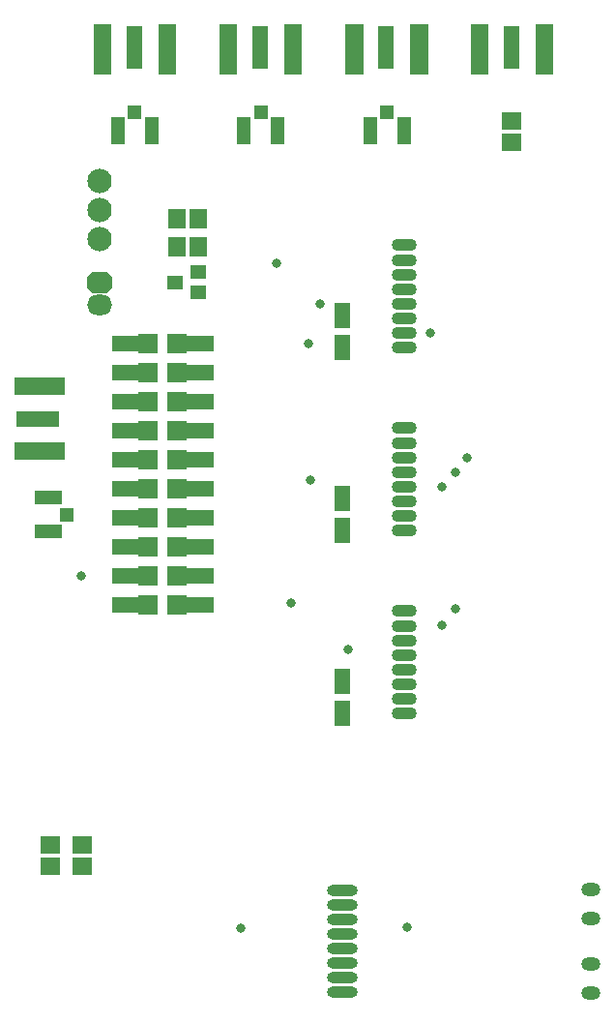
<source format=gbs>
G04*
G04 #@! TF.GenerationSoftware,Altium Limited,Altium Designer,20.1.7 (139)*
G04*
G04 Layer_Color=16711935*
%FSLAX25Y25*%
%MOIN*%
G70*
G04*
G04 #@! TF.SameCoordinates,B477E5EB-4298-4D0D-9682-CB7A6047EE2C*
G04*
G04*
G04 #@! TF.FilePolarity,Negative*
G04*
G01*
G75*
%ADD13R,0.17335X0.06115*%
%ADD14R,0.05800X0.14973*%
%ADD15R,0.06115X0.17335*%
%ADD16R,0.04737X0.04934*%
%ADD17R,0.04934X0.09461*%
%ADD18R,0.14973X0.05800*%
%ADD19C,0.08400*%
G04:AMPARAMS|DCode=20|XSize=86.74mil|YSize=70.99mil|CornerRadius=0mil|HoleSize=0mil|Usage=FLASHONLY|Rotation=0.000|XOffset=0mil|YOffset=0mil|HoleType=Round|Shape=Octagon|*
%AMOCTAGOND20*
4,1,8,0.04337,-0.01775,0.04337,0.01775,0.02562,0.03550,-0.02562,0.03550,-0.04337,0.01775,-0.04337,-0.01775,-0.02562,-0.03550,0.02562,-0.03550,0.04337,-0.01775,0.0*
%
%ADD20OCTAGOND20*%

%ADD21O,0.08674X0.07099*%
%ADD22R,0.06706X0.06706*%
%ADD23C,0.03300*%
%ADD48R,0.04934X0.04737*%
%ADD49R,0.09461X0.04934*%
%ADD50R,0.06706X0.05918*%
%ADD51R,0.05300X0.04800*%
%ADD52R,0.05918X0.06706*%
%ADD53R,0.15288X0.05800*%
%ADD54R,0.05520X0.08670*%
%ADD55O,0.06630X0.04724*%
%ADD56O,0.10642X0.03950*%
%ADD57O,0.08661X0.04331*%
D13*
X664287Y389378D02*
D03*
Y411622D02*
D03*
D03*
Y389378D02*
D03*
D14*
X783667Y528500D02*
D03*
X827000D02*
D03*
X740333D02*
D03*
X697000D02*
D03*
D15*
X795122Y527713D02*
D03*
X772878D02*
D03*
X708122D02*
D03*
X685878D02*
D03*
X838122D02*
D03*
X815878D02*
D03*
X751622D02*
D03*
X729378D02*
D03*
X772545D02*
D03*
X794789D02*
D03*
X815878D02*
D03*
X838122D02*
D03*
X729211D02*
D03*
X751455D02*
D03*
X685878D02*
D03*
X708122D02*
D03*
D16*
X784000Y506000D02*
D03*
X740500D02*
D03*
X697000D02*
D03*
D17*
X789800Y499700D02*
D03*
X778186D02*
D03*
X746300D02*
D03*
X734686D02*
D03*
X702800D02*
D03*
X691186D02*
D03*
D18*
X663500Y400500D02*
D03*
D19*
X685000Y462500D02*
D03*
Y472500D02*
D03*
Y482500D02*
D03*
D20*
X684951Y447437D02*
D03*
D21*
X685049Y439563D02*
D03*
D22*
X701500Y426500D02*
D03*
X711500D02*
D03*
X701500Y416500D02*
D03*
X711500D02*
D03*
X701500Y406500D02*
D03*
X711500D02*
D03*
X701500Y396500D02*
D03*
X711500D02*
D03*
X701500Y386500D02*
D03*
X711500D02*
D03*
X701500Y376500D02*
D03*
X711500D02*
D03*
X701500Y366500D02*
D03*
X711500D02*
D03*
X701500Y356500D02*
D03*
X711500D02*
D03*
X701500Y346500D02*
D03*
X711500D02*
D03*
X701500Y336500D02*
D03*
X711500D02*
D03*
D23*
X718980Y469417D02*
D03*
X757000Y426500D02*
D03*
X768500Y425020D02*
D03*
X761000Y440000D02*
D03*
X711500Y459811D02*
D03*
X746000Y454000D02*
D03*
X789811Y460217D02*
D03*
X768500Y237980D02*
D03*
X660500Y400500D02*
D03*
X666500D02*
D03*
X663500D02*
D03*
X827000Y525000D02*
D03*
Y532000D02*
D03*
Y528500D02*
D03*
X697000Y525000D02*
D03*
Y532000D02*
D03*
Y528500D02*
D03*
X740500Y525000D02*
D03*
Y528500D02*
D03*
Y532000D02*
D03*
X784000Y525000D02*
D03*
X784000Y528500D02*
D03*
X784000Y532000D02*
D03*
X751000Y337000D02*
D03*
X789811Y397323D02*
D03*
X768500Y299020D02*
D03*
X733500Y225000D02*
D03*
X679000Y253764D02*
D03*
X678500Y346500D02*
D03*
X791000Y225500D02*
D03*
X768500Y217980D02*
D03*
Y223000D02*
D03*
X789500Y304000D02*
D03*
X770500Y321000D02*
D03*
X757500Y379500D02*
D03*
X789500Y367000D02*
D03*
X799000Y430000D02*
D03*
X790000D02*
D03*
X807500Y335000D02*
D03*
X803000Y377000D02*
D03*
X811500Y387000D02*
D03*
X803000Y329500D02*
D03*
X807500Y382000D02*
D03*
X789811Y314020D02*
D03*
Y319020D02*
D03*
X789811Y377126D02*
D03*
Y382126D02*
D03*
Y387126D02*
D03*
X789811Y450020D02*
D03*
D48*
X673650Y367493D02*
D03*
D49*
X667350Y361693D02*
D03*
Y373307D02*
D03*
D50*
X679000Y253764D02*
D03*
Y246284D02*
D03*
X668000Y253764D02*
D03*
Y246284D02*
D03*
X827000Y503000D02*
D03*
Y495520D02*
D03*
D51*
X710980Y447437D02*
D03*
X718980Y443937D02*
D03*
Y450937D02*
D03*
D52*
X711500Y459811D02*
D03*
X718980D02*
D03*
Y469417D02*
D03*
X711500D02*
D03*
D53*
X716488Y426500D02*
D03*
X697000D02*
D03*
X716488Y416500D02*
D03*
X697000D02*
D03*
X716488Y406500D02*
D03*
X697000D02*
D03*
X716488Y396500D02*
D03*
X697000D02*
D03*
X716488Y386500D02*
D03*
X697000D02*
D03*
X716488Y376500D02*
D03*
X697000D02*
D03*
X716488Y366500D02*
D03*
X697000D02*
D03*
X716488Y356500D02*
D03*
X697000D02*
D03*
X716488Y346500D02*
D03*
X697000D02*
D03*
X716488Y336500D02*
D03*
X697000D02*
D03*
D54*
X768500Y436042D02*
D03*
Y425020D02*
D03*
Y373148D02*
D03*
Y362126D02*
D03*
Y310042D02*
D03*
Y299020D02*
D03*
D55*
X854327Y202783D02*
D03*
Y212784D02*
D03*
X854327Y228217D02*
D03*
Y238216D02*
D03*
D56*
X768500Y202980D02*
D03*
Y207980D02*
D03*
Y212980D02*
D03*
Y217980D02*
D03*
Y222980D02*
D03*
Y227980D02*
D03*
Y232980D02*
D03*
Y237980D02*
D03*
D57*
X789811Y460217D02*
D03*
Y455020D02*
D03*
Y435020D02*
D03*
Y440020D02*
D03*
Y430020D02*
D03*
Y425020D02*
D03*
Y445020D02*
D03*
Y450020D02*
D03*
X789811Y397323D02*
D03*
Y392126D02*
D03*
Y372126D02*
D03*
Y377126D02*
D03*
Y367126D02*
D03*
Y362126D02*
D03*
Y382126D02*
D03*
Y387126D02*
D03*
X789811Y334216D02*
D03*
Y329020D02*
D03*
Y309020D02*
D03*
Y314020D02*
D03*
Y304020D02*
D03*
Y299020D02*
D03*
Y319020D02*
D03*
Y324020D02*
D03*
M02*

</source>
